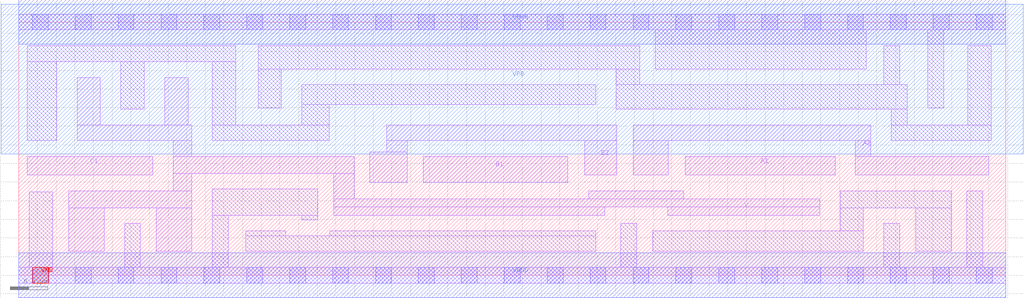
<source format=lef>
# Copyright 2020 The SkyWater PDK Authors
#
# Licensed under the Apache License, Version 2.0 (the "License");
# you may not use this file except in compliance with the License.
# You may obtain a copy of the License at
#
#     https://www.apache.org/licenses/LICENSE-2.0
#
# Unless required by applicable law or agreed to in writing, software
# distributed under the License is distributed on an "AS IS" BASIS,
# WITHOUT WARRANTIES OR CONDITIONS OF ANY KIND, either express or implied.
# See the License for the specific language governing permissions and
# limitations under the License.
#
# SPDX-License-Identifier: Apache-2.0

VERSION 5.7 ;
  NOWIREEXTENSIONATPIN ON ;
  DIVIDERCHAR "/" ;
  BUSBITCHARS "[]" ;
PROPERTYDEFINITIONS
  MACRO maskLayoutSubType STRING ;
  MACRO prCellType STRING ;
  MACRO originalViewName STRING ;
END PROPERTYDEFINITIONS
MACRO sky130_fd_sc_hdll__a221oi_4
  CLASS CORE ;
  FOREIGN sky130_fd_sc_hdll__a221oi_4 ;
  ORIGIN  0.000000  0.000000 ;
  SIZE  10.58000 BY  2.720000 ;
  SYMMETRY X Y R90 ;
  SITE unithd ;
  PIN A1
    ANTENNAGATEAREA  1.110000 ;
    DIRECTION INPUT ;
    USE SIGNAL ;
    PORT
      LAYER li1 ;
        RECT 7.145000 1.075000 8.755000 1.275000 ;
    END
  END A1
  PIN A2
    ANTENNAGATEAREA  1.110000 ;
    DIRECTION INPUT ;
    USE SIGNAL ;
    PORT
      LAYER li1 ;
        RECT 6.585000 1.075000  6.965000 1.445000 ;
        RECT 6.585000 1.445000  9.135000 1.615000 ;
        RECT 8.965000 1.075000 10.400000 1.275000 ;
        RECT 8.965000 1.275000  9.135000 1.445000 ;
    END
  END A2
  PIN B1
    ANTENNAGATEAREA  1.110000 ;
    DIRECTION INPUT ;
    USE SIGNAL ;
    PORT
      LAYER li1 ;
        RECT 4.335000 0.995000 5.885000 1.275000 ;
    END
  END B1
  PIN B2
    ANTENNAGATEAREA  1.110000 ;
    DIRECTION INPUT ;
    USE SIGNAL ;
    PORT
      LAYER li1 ;
        RECT 3.765000 0.995000 4.165000 1.325000 ;
        RECT 3.945000 1.325000 4.165000 1.445000 ;
        RECT 3.945000 1.445000 6.410000 1.615000 ;
        RECT 6.065000 1.075000 6.410000 1.445000 ;
    END
  END B2
  PIN C1
    ANTENNAGATEAREA  1.110000 ;
    DIRECTION INPUT ;
    USE SIGNAL ;
    PORT
      LAYER li1 ;
        RECT 0.090000 1.075000 1.435000 1.275000 ;
    END
  END C1
  PIN Y
    ANTENNADIFFAREA  1.893000 ;
    DIRECTION OUTPUT ;
    USE SIGNAL ;
    PORT
      LAYER li1 ;
        RECT 0.535000 0.255000 0.915000 0.725000 ;
        RECT 0.535000 0.725000 1.855000 0.905000 ;
        RECT 0.625000 1.445000 1.855000 1.615000 ;
        RECT 0.625000 1.615000 0.875000 2.125000 ;
        RECT 1.475000 0.255000 1.855000 0.725000 ;
        RECT 1.565000 1.615000 1.815000 2.125000 ;
        RECT 1.655000 0.905000 1.855000 1.095000 ;
        RECT 1.655000 1.095000 3.595000 1.275000 ;
        RECT 1.655000 1.275000 1.855000 1.445000 ;
        RECT 3.375000 0.645000 6.280000 0.735000 ;
        RECT 3.375000 0.735000 8.585000 0.820000 ;
        RECT 3.375000 0.820000 3.595000 1.095000 ;
        RECT 6.110000 0.820000 7.130000 0.905000 ;
        RECT 6.960000 0.645000 8.585000 0.735000 ;
    END
  END Y
  PIN VGND
    DIRECTION INOUT ;
    USE GROUND ;
    PORT
      LAYER met1 ;
        RECT 0.000000 -0.240000 10.580000 0.240000 ;
    END
  END VGND
  PIN VNB
    DIRECTION INOUT ;
    USE GROUND ;
    PORT
      LAYER pwell ;
        RECT 0.150000 -0.085000 0.320000 0.085000 ;
    END
  END VNB
  PIN VPB
    DIRECTION INOUT ;
    USE POWER ;
    PORT
      LAYER nwell ;
        RECT -0.190000 1.305000 10.770000 2.910000 ;
    END
  END VPB
  PIN VPWR
    DIRECTION INOUT ;
    USE POWER ;
    PORT
      LAYER met1 ;
        RECT 0.000000 2.480000 10.580000 2.960000 ;
    END
  END VPWR
  OBS
    LAYER li1 ;
      RECT  0.000000 -0.085000 10.580000 0.085000 ;
      RECT  0.000000  2.635000 10.580000 2.805000 ;
      RECT  0.090000  1.445000  0.405000 2.295000 ;
      RECT  0.090000  2.295000  2.325000 2.465000 ;
      RECT  0.115000  0.085000  0.365000 0.895000 ;
      RECT  1.095000  1.785000  1.345000 2.295000 ;
      RECT  1.135000  0.085000  1.305000 0.555000 ;
      RECT  2.075000  0.085000  2.245000 0.645000 ;
      RECT  2.075000  0.645000  3.205000 0.925000 ;
      RECT  2.075000  1.445000  3.330000 1.615000 ;
      RECT  2.075000  1.615000  2.325000 2.295000 ;
      RECT  2.435000  0.255000  6.185000 0.425000 ;
      RECT  2.435000  0.425000  2.860000 0.475000 ;
      RECT  2.565000  1.795000  2.815000 2.215000 ;
      RECT  2.565000  2.215000  6.655000 2.465000 ;
      RECT  3.035000  0.595000  3.205000 0.645000 ;
      RECT  3.035000  1.615000  3.330000 1.835000 ;
      RECT  3.035000  1.835000  6.185000 2.045000 ;
      RECT  3.335000  0.425000  6.185000 0.475000 ;
      RECT  6.405000  1.785000  9.525000 2.045000 ;
      RECT  6.405000  2.045000  6.655000 2.215000 ;
      RECT  6.455000  0.085000  6.625000 0.555000 ;
      RECT  6.795000  0.255000  9.055000 0.475000 ;
      RECT  6.825000  2.215000  9.085000 2.635000 ;
      RECT  8.805000  0.475000  9.055000 0.725000 ;
      RECT  8.805000  0.725000  9.995000 0.905000 ;
      RECT  9.275000  0.085000  9.445000 0.555000 ;
      RECT  9.275000  2.045000  9.445000 2.465000 ;
      RECT  9.355000  1.445000 10.425000 1.615000 ;
      RECT  9.355000  1.615000  9.525000 1.785000 ;
      RECT  9.615000  0.255000  9.995000 0.725000 ;
      RECT  9.745000  1.795000  9.915000 2.635000 ;
      RECT 10.165000  0.085000 10.335000 0.905000 ;
      RECT 10.175000  1.615000 10.425000 2.465000 ;
    LAYER mcon ;
      RECT  0.145000 -0.085000  0.315000 0.085000 ;
      RECT  0.145000  2.635000  0.315000 2.805000 ;
      RECT  0.605000 -0.085000  0.775000 0.085000 ;
      RECT  0.605000  2.635000  0.775000 2.805000 ;
      RECT  1.065000 -0.085000  1.235000 0.085000 ;
      RECT  1.065000  2.635000  1.235000 2.805000 ;
      RECT  1.525000 -0.085000  1.695000 0.085000 ;
      RECT  1.525000  2.635000  1.695000 2.805000 ;
      RECT  1.985000 -0.085000  2.155000 0.085000 ;
      RECT  1.985000  2.635000  2.155000 2.805000 ;
      RECT  2.445000 -0.085000  2.615000 0.085000 ;
      RECT  2.445000  2.635000  2.615000 2.805000 ;
      RECT  2.905000 -0.085000  3.075000 0.085000 ;
      RECT  2.905000  2.635000  3.075000 2.805000 ;
      RECT  3.365000 -0.085000  3.535000 0.085000 ;
      RECT  3.365000  2.635000  3.535000 2.805000 ;
      RECT  3.825000 -0.085000  3.995000 0.085000 ;
      RECT  3.825000  2.635000  3.995000 2.805000 ;
      RECT  4.285000 -0.085000  4.455000 0.085000 ;
      RECT  4.285000  2.635000  4.455000 2.805000 ;
      RECT  4.745000 -0.085000  4.915000 0.085000 ;
      RECT  4.745000  2.635000  4.915000 2.805000 ;
      RECT  5.205000 -0.085000  5.375000 0.085000 ;
      RECT  5.205000  2.635000  5.375000 2.805000 ;
      RECT  5.665000 -0.085000  5.835000 0.085000 ;
      RECT  5.665000  2.635000  5.835000 2.805000 ;
      RECT  6.125000 -0.085000  6.295000 0.085000 ;
      RECT  6.125000  2.635000  6.295000 2.805000 ;
      RECT  6.585000 -0.085000  6.755000 0.085000 ;
      RECT  6.585000  2.635000  6.755000 2.805000 ;
      RECT  7.045000 -0.085000  7.215000 0.085000 ;
      RECT  7.045000  2.635000  7.215000 2.805000 ;
      RECT  7.505000 -0.085000  7.675000 0.085000 ;
      RECT  7.505000  2.635000  7.675000 2.805000 ;
      RECT  7.965000 -0.085000  8.135000 0.085000 ;
      RECT  7.965000  2.635000  8.135000 2.805000 ;
      RECT  8.425000 -0.085000  8.595000 0.085000 ;
      RECT  8.425000  2.635000  8.595000 2.805000 ;
      RECT  8.885000 -0.085000  9.055000 0.085000 ;
      RECT  8.885000  2.635000  9.055000 2.805000 ;
      RECT  9.345000 -0.085000  9.515000 0.085000 ;
      RECT  9.345000  2.635000  9.515000 2.805000 ;
      RECT  9.805000 -0.085000  9.975000 0.085000 ;
      RECT  9.805000  2.635000  9.975000 2.805000 ;
      RECT 10.265000 -0.085000 10.435000 0.085000 ;
      RECT 10.265000  2.635000 10.435000 2.805000 ;
  END
  PROPERTY maskLayoutSubType "abstract" ;
  PROPERTY prCellType "standard" ;
  PROPERTY originalViewName "layout" ;
END sky130_fd_sc_hdll__a221oi_4
END LIBRARY

</source>
